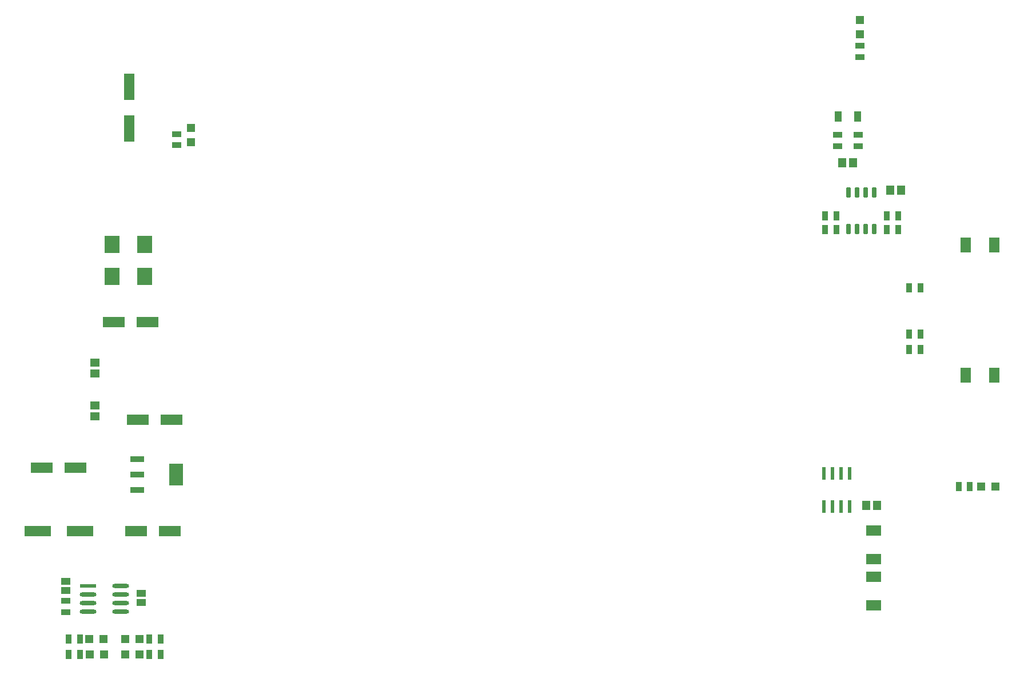
<source format=gtp>
G04*
G04 #@! TF.GenerationSoftware,Altium Limited,Altium Designer,24.6.1 (21)*
G04*
G04 Layer_Color=8421504*
%FSLAX25Y25*%
%MOIN*%
G70*
G04*
G04 #@! TF.SameCoordinates,65BBE5AF-797C-4DEE-A542-627196F68B12*
G04*
G04*
G04 #@! TF.FilePolarity,Positive*
G04*
G01*
G75*
%ADD17R,0.12598X0.06299*%
%ADD18R,0.08661X0.09843*%
%ADD19R,0.09752X0.02367*%
G04:AMPARAMS|DCode=20|XSize=97.52mil|YSize=23.67mil|CornerRadius=11.84mil|HoleSize=0mil|Usage=FLASHONLY|Rotation=0.000|XOffset=0mil|YOffset=0mil|HoleType=Round|Shape=RoundedRectangle|*
%AMROUNDEDRECTD20*
21,1,0.09752,0.00000,0,0,0.0*
21,1,0.07385,0.02367,0,0,0.0*
1,1,0.02367,0.03693,0.00000*
1,1,0.02367,-0.03693,0.00000*
1,1,0.02367,-0.03693,0.00000*
1,1,0.02367,0.03693,0.00000*
%
%ADD20ROUNDEDRECTD20*%
%ADD21R,0.08465X0.12795*%
%ADD22R,0.08465X0.03740*%
%ADD23R,0.04724X0.04724*%
%ADD24R,0.02087X0.07795*%
%ADD25R,0.08583X0.06378*%
%ADD26R,0.05315X0.03347*%
%ADD27R,0.03347X0.05315*%
%ADD28R,0.05315X0.04331*%
%ADD29R,0.06378X0.08583*%
%ADD30R,0.05733X0.05136*%
%ADD31R,0.05136X0.05733*%
%ADD32R,0.04724X0.04724*%
%ADD33R,0.04331X0.06496*%
G04:AMPARAMS|DCode=34|XSize=23.62mil|YSize=57.09mil|CornerRadius=2.01mil|HoleSize=0mil|Usage=FLASHONLY|Rotation=180.000|XOffset=0mil|YOffset=0mil|HoleType=Round|Shape=RoundedRectangle|*
%AMROUNDEDRECTD34*
21,1,0.02362,0.05307,0,0,180.0*
21,1,0.01961,0.05709,0,0,180.0*
1,1,0.00402,-0.00980,0.02653*
1,1,0.00402,0.00980,0.02653*
1,1,0.00402,0.00980,-0.02653*
1,1,0.00402,-0.00980,-0.02653*
%
%ADD34ROUNDEDRECTD34*%
%ADD35R,0.15748X0.06299*%
%ADD36R,0.06299X0.15748*%
D17*
X143842Y228000D02*
D03*
X124158D02*
D03*
X199843Y256000D02*
D03*
X180157D02*
D03*
X179000Y191000D02*
D03*
X198685D02*
D03*
X166000Y313000D02*
D03*
X185685D02*
D03*
D18*
X165000Y339748D02*
D03*
Y358252D02*
D03*
X184000Y339748D02*
D03*
Y358252D02*
D03*
D19*
X151000Y159000D02*
D03*
D20*
Y154000D02*
D03*
Y149000D02*
D03*
Y144000D02*
D03*
X170000D02*
D03*
Y149000D02*
D03*
Y154000D02*
D03*
Y159000D02*
D03*
D21*
X202417Y224000D02*
D03*
D22*
X179583Y214945D02*
D03*
Y224000D02*
D03*
Y233055D02*
D03*
D23*
X172866Y119000D02*
D03*
X181134D02*
D03*
X160134Y128000D02*
D03*
X151866D02*
D03*
X671732Y217000D02*
D03*
X680000D02*
D03*
X160268Y119000D02*
D03*
X152000D02*
D03*
X172866Y128000D02*
D03*
X181134D02*
D03*
D24*
X595000Y224705D02*
D03*
X590000D02*
D03*
X585000D02*
D03*
X580000D02*
D03*
X585000Y205295D02*
D03*
X590000D02*
D03*
X595000D02*
D03*
X580000D02*
D03*
D25*
X609000Y191307D02*
D03*
Y174693D02*
D03*
Y164307D02*
D03*
Y147693D02*
D03*
D26*
X601000Y474248D02*
D03*
Y467752D02*
D03*
X600000Y422248D02*
D03*
Y415752D02*
D03*
X588000Y422248D02*
D03*
Y415752D02*
D03*
X138000Y150248D02*
D03*
Y143752D02*
D03*
X202579Y422748D02*
D03*
Y416252D02*
D03*
D27*
X623248Y375000D02*
D03*
X616752D02*
D03*
X139752Y119000D02*
D03*
X146248D02*
D03*
X629752Y297000D02*
D03*
X636248D02*
D03*
X580752Y375000D02*
D03*
X587248D02*
D03*
X636248Y333000D02*
D03*
X629752D02*
D03*
X623248Y367000D02*
D03*
X616752D02*
D03*
X193248Y119000D02*
D03*
X186752D02*
D03*
X193248Y128000D02*
D03*
X186752D02*
D03*
X139752D02*
D03*
X146248D02*
D03*
X658618Y217000D02*
D03*
X665114D02*
D03*
X580752Y367000D02*
D03*
X587248D02*
D03*
X629752Y306000D02*
D03*
X636248D02*
D03*
D28*
X182000Y154756D02*
D03*
Y149244D02*
D03*
X138000Y161756D02*
D03*
Y156244D02*
D03*
D29*
X662693Y358000D02*
D03*
X679307D02*
D03*
X662693Y282000D02*
D03*
X679307D02*
D03*
D30*
X155000Y289172D02*
D03*
Y282828D02*
D03*
Y257828D02*
D03*
Y264172D02*
D03*
D31*
X625172Y390000D02*
D03*
X618828D02*
D03*
X597172Y406000D02*
D03*
X590828D02*
D03*
X604828Y206000D02*
D03*
X611172D02*
D03*
D32*
X211000Y417866D02*
D03*
Y426134D02*
D03*
X601000Y489134D02*
D03*
Y480866D02*
D03*
D33*
X588390Y433000D02*
D03*
X599610D02*
D03*
D34*
X604500Y388728D02*
D03*
X609500D02*
D03*
X599500D02*
D03*
X594500D02*
D03*
X609500Y367272D02*
D03*
X604500D02*
D03*
X599500D02*
D03*
X594500D02*
D03*
D35*
X146205Y191000D02*
D03*
X121795D02*
D03*
D36*
X175000Y425795D02*
D03*
Y450205D02*
D03*
M02*

</source>
